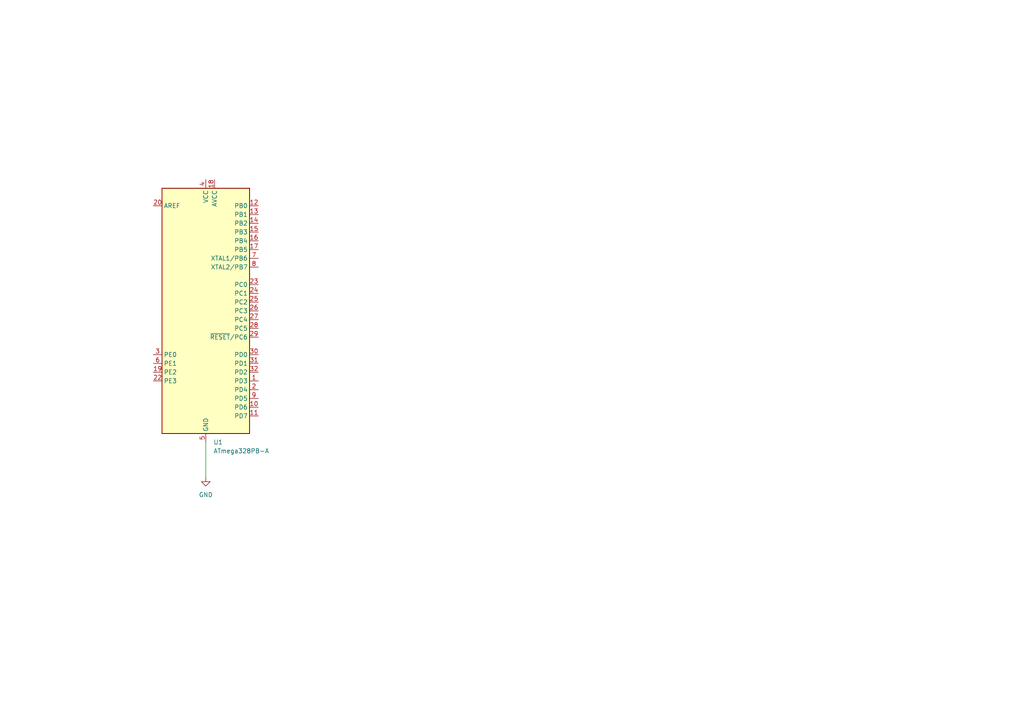
<source format=kicad_sch>
(kicad_sch (version 20230121) (generator eeschema)
  (paper "A4")
  (lib_symbols
    (symbol "MCU_Microchip_ATmega:ATmega328PB-A"
      (property "Reference" "U" (at -12.7 36.83 0))
      (property "Value" "ATmega328PB-A" (at 2.54 -36.83 0))
      (symbol "ATmega328PB-A_0_1"
        (rectangle (start -12.7 -35.56) (end 12.7 35.56) (stroke (width 0.254)) (fill (type background)))
      )
      (symbol "ATmega328PB-A_1_1"
        (pin bidirectional line (at 15.24 -20.32 180) (length 2.54) (name "PD3") (number "1"))
        (pin bidirectional line (at 15.24 -27.94 180) (length 2.54) (name "PD6") (number "10"))
        (pin bidirectional line (at 15.24 -30.48 180) (length 2.54) (name "PD7") (number "11"))
        (pin bidirectional line (at 15.24 30.48 180) (length 2.54) (name "PB0") (number "12"))
        (pin bidirectional line (at 15.24 27.94 180) (length 2.54) (name "PB1") (number "13"))
        (pin bidirectional line (at 15.24 25.4 180) (length 2.54) (name "PB2") (number "14"))
        (pin bidirectional line (at 15.24 22.86 180) (length 2.54) (name "PB3") (number "15"))
        (pin bidirectional line (at 15.24 20.32 180) (length 2.54) (name "PB4") (number "16"))
        (pin bidirectional line (at 15.24 17.78 180) (length 2.54) (name "PB5") (number "17"))
        (pin power_in line (at 2.54 38.1 270) (length 2.54) (name "AVCC") (number "18"))
        (pin bidirectional line (at -15.24 -17.78 0) (length 2.54) (name "PE2") (number "19"))
        (pin bidirectional line (at 15.24 -22.86 180) (length 2.54) (name "PD4") (number "2"))
        (pin passive line (at -15.24 30.48 0) (length 2.54) (name "AREF") (number "20"))
        (pin passive line (at 0 -38.1 90) (length 2.54) hide (name "GND") (number "21"))
        (pin bidirectional line (at -15.24 -20.32 0) (length 2.54) (name "PE3") (number "22"))
        (pin bidirectional line (at 15.24 7.62 180) (length 2.54) (name "PC0") (number "23"))
        (pin bidirectional line (at 15.24 5.08 180) (length 2.54) (name "PC1") (number "24"))
        (pin bidirectional line (at 15.24 2.54 180) (length 2.54) (name "PC2") (number "25"))
        (pin bidirectional line (at 15.24 0 180) (length 2.54) (name "PC3") (number "26"))
        (pin bidirectional line (at 15.24 -2.54 180) (length 2.54) (name "PC4") (number "27"))
        (pin bidirectional line (at 15.24 -5.08 180) (length 2.54) (name "PC5") (number "28"))
        (pin bidirectional line (at 15.24 -7.62 180) (length 2.54) (name "~{RESET}/PC6") (number "29"))
        (pin bidirectional line (at -15.24 -12.7 0) (length 2.54) (name "PE0") (number "3"))
        (pin bidirectional line (at 15.24 -12.7 180) (length 2.54) (name "PD0") (number "30"))
        (pin bidirectional line (at 15.24 -15.24 180) (length 2.54) (name "PD1") (number "31"))
        (pin bidirectional line (at 15.24 -17.78 180) (length 2.54) (name "PD2") (number "32"))
        (pin power_in line (at 0 38.1 270) (length 2.54) (name "VCC") (number "4"))
        (pin power_in line (at 0 -38.1 90) (length 2.54) (name "GND") (number "5"))
        (pin bidirectional line (at -15.24 -15.24 0) (length 2.54) (name "PE1") (number "6"))
        (pin bidirectional line (at 15.24 15.24 180) (length 2.54) (name "XTAL1/PB6") (number "7"))
        (pin bidirectional line (at 15.24 12.7 180) (length 2.54) (name "XTAL2/PB7") (number "8"))
        (pin bidirectional line (at 15.24 -25.4 180) (length 2.54) (name "PD5") (number "9"))
      )
    )
    (symbol "power:GND" (power) (pin_names (offset 0))
      (property "Value" "GND" (at 0 -3.81 0))
      (symbol "GND_0_1"
        (polyline (pts (xy 0 0) (xy 0 -1.27) (xy 1.27 -1.27) (xy 0 -2.54) (xy -1.27 -1.27) (xy 0 -1.27)))
      )
      (symbol "GND_1_1"
        (pin power_in line (at 0 0 270) (length 0) hide (name "GND") (number "1"))
      )
    )
  )
  (wire (pts (xy 59.69 128.27) (xy 59.69 138.43)))
  (symbol (lib_id "power:GND") (at 59.69 138.43 0) (unit 1)
    (property "Reference" "#PWR01" (effects hide))
    (property "Value" "GND" (at 59.69 143.51 0))
  )
  (symbol (lib_id "MCU_Microchip_ATmega:ATmega328PB-A") (at 59.69 90.17 0) (unit 1)
    (property "Reference" "U1" (at 61.8841 128.27 0) (effects (justify left)))
    (property "Value" "ATmega328PB-A" (at 61.8841 130.81 0) (effects (justify left)))
    (property "Footprint" "Package_QFP:TQFP-32_7x7mm_P0.8mm" (effects hide))
    (property "Datasheet" "http://ww1.microchip.com/downloads/en/DeviceDoc/40001906C.pdf" (effects hide))
  )
)
</source>
